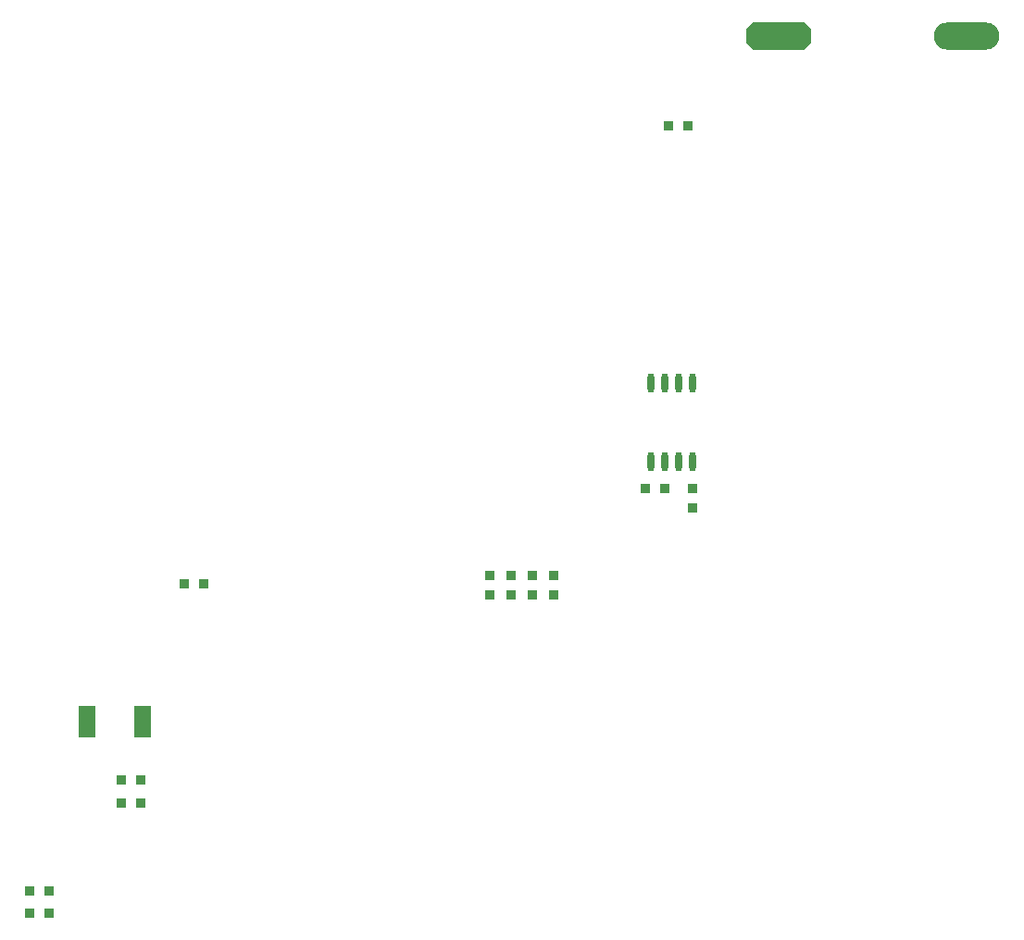
<source format=gbp>
G04*
G04 #@! TF.GenerationSoftware,Altium Limited,Altium Designer,19.0.4 (130)*
G04*
G04 Layer_Color=128*
%FSLAX24Y24*%
%MOIN*%
G70*
G01*
G75*
%ADD17R,0.0350X0.0380*%
%ADD23R,0.0380X0.0350*%
%ADD29R,0.0591X0.1181*%
%ADD81O,0.2362X0.0984*%
G04:AMPARAMS|DCode=82|XSize=98.4mil|YSize=236.2mil|CornerRadius=0mil|HoleSize=0mil|Usage=FLASHONLY|Rotation=90.000|XOffset=0mil|YOffset=0mil|HoleType=Round|Shape=Octagon|*
%AMOCTAGOND82*
4,1,8,-0.1181,-0.0246,-0.1181,0.0246,-0.0935,0.0492,0.0935,0.0492,0.1181,0.0246,0.1181,-0.0246,0.0935,-0.0492,-0.0935,-0.0492,-0.1181,-0.0246,0.0*
%
%ADD82OCTAGOND82*%

%ADD83O,0.0236X0.0709*%
D17*
X18904Y16350D02*
D03*
Y15660D02*
D03*
X19667Y16350D02*
D03*
Y15660D02*
D03*
X20435Y16350D02*
D03*
Y15660D02*
D03*
X21228Y16350D02*
D03*
Y15660D02*
D03*
X26200Y18800D02*
D03*
Y19490D02*
D03*
D23*
X5660Y8150D02*
D03*
X6350D02*
D03*
X6340Y8980D02*
D03*
X5650D02*
D03*
X2360Y4200D02*
D03*
X3050D02*
D03*
X3040Y5000D02*
D03*
X2350D02*
D03*
X25200Y19500D02*
D03*
X24510D02*
D03*
X7910Y16050D02*
D03*
X8600D02*
D03*
X25350Y32550D02*
D03*
X26040D02*
D03*
D29*
X4400Y11100D02*
D03*
X6400D02*
D03*
D81*
X36085Y35800D02*
D03*
D82*
X29314D02*
D03*
D83*
X24700Y23285D02*
D03*
X25200D02*
D03*
X25700D02*
D03*
X26200D02*
D03*
X24700Y20450D02*
D03*
X25200D02*
D03*
X25700D02*
D03*
X26200D02*
D03*
M02*

</source>
